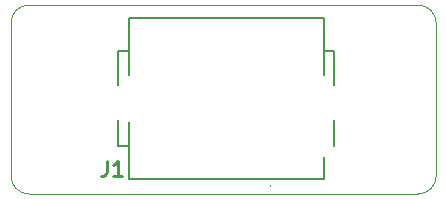
<source format=gbr>
G04 #@! TF.GenerationSoftware,KiCad,Pcbnew,7.0.2-0*
G04 #@! TF.CreationDate,2023-08-07T23:17:52+03:00*
G04 #@! TF.ProjectId,RJ45_Module,524a3435-5f4d-46f6-9475-6c652e6b6963,1.0*
G04 #@! TF.SameCoordinates,Original*
G04 #@! TF.FileFunction,Legend,Top*
G04 #@! TF.FilePolarity,Positive*
%FSLAX46Y46*%
G04 Gerber Fmt 4.6, Leading zero omitted, Abs format (unit mm)*
G04 Created by KiCad (PCBNEW 7.0.2-0) date 2023-08-07 23:17:52*
%MOMM*%
%LPD*%
G01*
G04 APERTURE LIST*
%ADD10C,0.254000*%
%ADD11C,0.200000*%
%ADD12C,0.100000*%
G04 #@! TA.AperFunction,Profile*
%ADD13C,0.050000*%
G04 #@! TD*
G04 APERTURE END LIST*
D10*
X198841667Y-88977526D02*
X198841667Y-89884669D01*
X198841667Y-89884669D02*
X198781190Y-90066097D01*
X198781190Y-90066097D02*
X198660238Y-90187050D01*
X198660238Y-90187050D02*
X198478809Y-90247526D01*
X198478809Y-90247526D02*
X198357857Y-90247526D01*
X200111667Y-90247526D02*
X199385952Y-90247526D01*
X199748809Y-90247526D02*
X199748809Y-88977526D01*
X199748809Y-88977526D02*
X199627857Y-89158954D01*
X199627857Y-89158954D02*
X199506905Y-89279907D01*
X199506905Y-89279907D02*
X199385952Y-89340383D01*
D11*
X199798600Y-79706200D02*
X200688600Y-79706200D01*
X199798600Y-82531200D02*
X199798600Y-79706200D01*
X199798600Y-85531200D02*
X199798600Y-87706200D01*
X199798600Y-87706200D02*
X200688600Y-87706200D01*
X200688600Y-76911200D02*
X217198600Y-76911200D01*
X200688600Y-81706200D02*
X200688600Y-76911200D01*
X200688600Y-85706200D02*
X200688600Y-90501200D01*
X200688600Y-90501200D02*
X217198600Y-90501200D01*
D12*
X212623600Y-91031200D02*
X212623600Y-91031200D01*
X212623600Y-91131200D02*
X212623600Y-91131200D01*
D11*
X217198600Y-76911200D02*
X217198600Y-81706200D01*
X217198600Y-79706200D02*
X218088600Y-79706200D01*
X217198600Y-90501200D02*
X217198600Y-88706200D01*
X218088600Y-79706200D02*
X218088600Y-82531200D01*
X218088600Y-85531200D02*
X218088600Y-87706200D01*
D12*
X212623600Y-91131200D02*
G75*
G03*
X212623600Y-91031200I0J50000D01*
G01*
X212623600Y-91031200D02*
G75*
G03*
X212623600Y-91131200I0J-50000D01*
G01*
D13*
X225185000Y-91796000D02*
X192233000Y-91796000D01*
X225188000Y-91796000D02*
G75*
G03*
X226712000Y-90272000I0J1524000D01*
G01*
X190709000Y-90272000D02*
G75*
G03*
X192233000Y-91796000I1524000J0D01*
G01*
X190709000Y-90272000D02*
X190709000Y-77320000D01*
X226712000Y-77320000D02*
X226712000Y-90272000D01*
X226712000Y-77320000D02*
G75*
G03*
X225188000Y-75796000I-1524000J0D01*
G01*
X192233000Y-75796000D02*
G75*
G03*
X190709000Y-77320000I0J-1524000D01*
G01*
X192232000Y-75796000D02*
X225185000Y-75796000D01*
M02*

</source>
